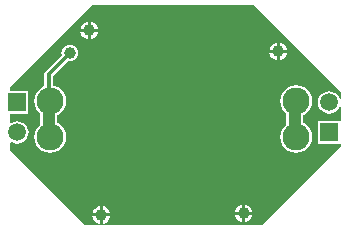
<source format=gbl>
%FSAX24Y24*%
%MOIN*%
G70*
G01*
G75*
G04 Layer_Physical_Order=2*
G04 Layer_Color=16711680*
%ADD10R,0.0500X0.0600*%
G04:AMPARAMS|DCode=11|XSize=39.4mil|YSize=43.3mil|CornerRadius=0mil|HoleSize=0mil|Usage=FLASHONLY|Rotation=225.000|XOffset=0mil|YOffset=0mil|HoleType=Round|Shape=Rectangle|*
%AMROTATEDRECTD11*
4,1,4,-0.0014,0.0292,0.0292,-0.0014,0.0014,-0.0292,-0.0292,0.0014,-0.0014,0.0292,0.0*
%
%ADD11ROTATEDRECTD11*%

%ADD12R,0.0394X0.0433*%
%ADD13R,0.0433X0.0394*%
%ADD14R,0.0310X0.0370*%
%ADD15R,0.0571X0.0177*%
%ADD16C,0.0197*%
%ADD17C,0.0118*%
%ADD18C,0.0900*%
%ADD19C,0.0591*%
%ADD20R,0.0591X0.0591*%
%ADD21C,0.0394*%
%ADD22C,0.7000*%
%ADD23C,0.0394*%
G36*
X011400Y004700D02*
Y004490D01*
X011351Y004480D01*
X011327Y004539D01*
X011267Y004617D01*
X011189Y004677D01*
X011098Y004714D01*
X011000Y004727D01*
X010902Y004714D01*
X010811Y004677D01*
X010733Y004617D01*
X010673Y004539D01*
X010636Y004448D01*
X010623Y004350D01*
X010636Y004252D01*
X010673Y004161D01*
X010733Y004083D01*
X010811Y004023D01*
X010902Y003986D01*
X011000Y003973D01*
X011098Y003986D01*
X011189Y004023D01*
X011267Y004083D01*
X011327Y004161D01*
X011351Y004220D01*
X011400Y004210D01*
Y003724D01*
X011400D01*
X011374D01*
X011365Y003724D01*
X011365Y003724D01*
Y003724D01*
X010626D01*
Y002976D01*
X011365D01*
X011365Y002976D01*
Y002976D01*
X011374Y002976D01*
X011400Y002950D01*
Y002900D01*
X008750Y000250D01*
X002850D01*
X000350Y002750D01*
Y003014D01*
X000395Y003036D01*
X000411Y003023D01*
X000502Y002986D01*
X000600Y002973D01*
X000698Y002986D01*
X000789Y003023D01*
X000867Y003083D01*
X000927Y003161D01*
X000964Y003252D01*
X000977Y003350D01*
X000964Y003448D01*
X000927Y003539D01*
X000867Y003617D01*
X000789Y003677D01*
X000698Y003714D01*
X000600Y003727D01*
X000502Y003714D01*
X000411Y003677D01*
X000395Y003664D01*
X000350Y003686D01*
Y003976D01*
X000974D01*
Y004724D01*
X000350D01*
Y004850D01*
X003100Y007600D01*
X008500D01*
X011400Y004700D01*
D02*
G37*
%LPC*%
G36*
X008100Y000943D02*
X008073Y000939D01*
X008000Y000909D01*
X007938Y000862D01*
X007891Y000800D01*
X007861Y000727D01*
X007857Y000700D01*
X008100D01*
Y000943D01*
D02*
G37*
G36*
X003450Y000893D02*
Y000650D01*
X003693D01*
X003689Y000677D01*
X003659Y000750D01*
X003612Y000812D01*
X003550Y000859D01*
X003477Y000889D01*
X003450Y000893D01*
D02*
G37*
G36*
X009900Y004933D02*
X009762Y004915D01*
X009633Y004862D01*
X009523Y004777D01*
X009438Y004667D01*
X009385Y004538D01*
X009367Y004400D01*
X009385Y004262D01*
X009438Y004133D01*
X009523Y004023D01*
X009572Y003985D01*
Y003615D01*
X009523Y003577D01*
X009438Y003467D01*
X009385Y003338D01*
X009367Y003200D01*
X009385Y003062D01*
X009438Y002933D01*
X009523Y002823D01*
X009633Y002738D01*
X009762Y002685D01*
X009900Y002667D01*
X010038Y002685D01*
X010167Y002738D01*
X010277Y002823D01*
X010362Y002933D01*
X010415Y003062D01*
X010433Y003200D01*
X010415Y003338D01*
X010362Y003467D01*
X010277Y003577D01*
X010167Y003662D01*
X010128Y003678D01*
Y003922D01*
X010167Y003938D01*
X010277Y004023D01*
X010362Y004133D01*
X010415Y004262D01*
X010433Y004400D01*
X010415Y004538D01*
X010362Y004667D01*
X010277Y004777D01*
X010167Y004862D01*
X010038Y004915D01*
X009900Y004933D01*
D02*
G37*
G36*
X008200Y000943D02*
Y000700D01*
X008443D01*
X008439Y000727D01*
X008409Y000800D01*
X008362Y000862D01*
X008300Y000909D01*
X008227Y000939D01*
X008200Y000943D01*
D02*
G37*
G36*
X003350Y000893D02*
X003323Y000889D01*
X003250Y000859D01*
X003188Y000812D01*
X003141Y000750D01*
X003111Y000677D01*
X003107Y000650D01*
X003350D01*
Y000893D01*
D02*
G37*
G36*
X003693Y000550D02*
X003450D01*
Y000307D01*
X003477Y000311D01*
X003550Y000341D01*
X003612Y000388D01*
X003659Y000450D01*
X003689Y000523D01*
X003693Y000550D01*
D02*
G37*
G36*
X003350D02*
X003107D01*
X003111Y000523D01*
X003141Y000450D01*
X003188Y000388D01*
X003250Y000341D01*
X003323Y000311D01*
X003350Y000307D01*
Y000550D01*
D02*
G37*
G36*
X008443Y000600D02*
X008200D01*
Y000357D01*
X008227Y000361D01*
X008300Y000391D01*
X008362Y000438D01*
X008409Y000500D01*
X008439Y000573D01*
X008443Y000600D01*
D02*
G37*
G36*
X008100D02*
X007857D01*
X007861Y000573D01*
X007891Y000500D01*
X007938Y000438D01*
X008000Y000391D01*
X008073Y000361D01*
X008100Y000357D01*
Y000600D01*
D02*
G37*
G36*
X002950Y006700D02*
X002707D01*
X002711Y006673D01*
X002741Y006600D01*
X002788Y006538D01*
X002850Y006491D01*
X002923Y006461D01*
X002950Y006457D01*
Y006700D01*
D02*
G37*
G36*
X009350Y006343D02*
Y006100D01*
X009593D01*
X009589Y006127D01*
X009559Y006200D01*
X009512Y006262D01*
X009450Y006309D01*
X009377Y006339D01*
X009350Y006343D01*
D02*
G37*
G36*
X002950Y007043D02*
X002923Y007039D01*
X002850Y007009D01*
X002788Y006962D01*
X002741Y006900D01*
X002711Y006827D01*
X002707Y006800D01*
X002950D01*
Y007043D01*
D02*
G37*
G36*
X003293Y006700D02*
X003050D01*
Y006457D01*
X003077Y006461D01*
X003150Y006491D01*
X003212Y006538D01*
X003259Y006600D01*
X003289Y006673D01*
X003293Y006700D01*
D02*
G37*
G36*
X009250Y006343D02*
X009223Y006339D01*
X009150Y006309D01*
X009088Y006262D01*
X009041Y006200D01*
X009011Y006127D01*
X009007Y006100D01*
X009250D01*
Y006343D01*
D02*
G37*
G36*
X002350Y006278D02*
X002278Y006269D01*
X002211Y006241D01*
X002153Y006197D01*
X002109Y006139D01*
X002081Y006072D01*
X002072Y006000D01*
X002081Y005930D01*
X001551Y005399D01*
X001520Y005354D01*
X001510Y005300D01*
Y004893D01*
X001433Y004862D01*
X001323Y004777D01*
X001238Y004667D01*
X001185Y004538D01*
X001167Y004400D01*
X001185Y004262D01*
X001238Y004133D01*
X001323Y004023D01*
X001372Y003985D01*
Y003615D01*
X001323Y003577D01*
X001238Y003467D01*
X001185Y003338D01*
X001167Y003200D01*
X001185Y003062D01*
X001238Y002933D01*
X001323Y002823D01*
X001433Y002738D01*
X001562Y002685D01*
X001700Y002667D01*
X001838Y002685D01*
X001967Y002738D01*
X002077Y002823D01*
X002162Y002933D01*
X002215Y003062D01*
X002233Y003200D01*
X002215Y003338D01*
X002162Y003467D01*
X002077Y003577D01*
X001967Y003662D01*
X001928Y003678D01*
Y003922D01*
X001967Y003938D01*
X002077Y004023D01*
X002162Y004133D01*
X002215Y004262D01*
X002233Y004400D01*
X002215Y004538D01*
X002162Y004667D01*
X002077Y004777D01*
X001967Y004862D01*
X001838Y004915D01*
X001790Y004921D01*
Y005242D01*
X002280Y005731D01*
X002350Y005722D01*
X002422Y005731D01*
X002489Y005759D01*
X002547Y005803D01*
X002591Y005861D01*
X002618Y005928D01*
X002628Y006000D01*
X002618Y006072D01*
X002591Y006139D01*
X002547Y006197D01*
X002489Y006241D01*
X002422Y006269D01*
X002350Y006278D01*
D02*
G37*
G36*
X003050Y007043D02*
Y006800D01*
X003293D01*
X003289Y006827D01*
X003259Y006900D01*
X003212Y006962D01*
X003150Y007009D01*
X003077Y007039D01*
X003050Y007043D01*
D02*
G37*
G36*
X009593Y006000D02*
X009350D01*
Y005757D01*
X009377Y005761D01*
X009450Y005791D01*
X009512Y005838D01*
X009559Y005900D01*
X009589Y005973D01*
X009593Y006000D01*
D02*
G37*
G36*
X009250D02*
X009007D01*
X009011Y005973D01*
X009041Y005900D01*
X009088Y005838D01*
X009150Y005791D01*
X009223Y005761D01*
X009250Y005757D01*
Y006000D01*
D02*
G37*
%LPD*%
D17*
X001650Y005300D02*
X002350Y006000D01*
X001650Y004400D02*
Y005300D01*
D18*
X009900Y003200D02*
D03*
X001700Y004400D02*
D03*
X009900D02*
D03*
X001700Y003200D02*
D03*
D19*
X011000Y004350D02*
D03*
X000600Y003350D02*
D03*
D20*
X011000D02*
D03*
X000600Y004350D02*
D03*
D21*
X009300Y006050D02*
D03*
X003000Y006750D02*
D03*
X003400Y000600D02*
D03*
X008150Y000650D02*
D03*
X002350Y006000D02*
D03*
D22*
X005800Y003800D02*
D03*
D23*
X001650Y003200D02*
Y004400D01*
X009850Y003200D02*
Y004400D01*
M02*

</source>
